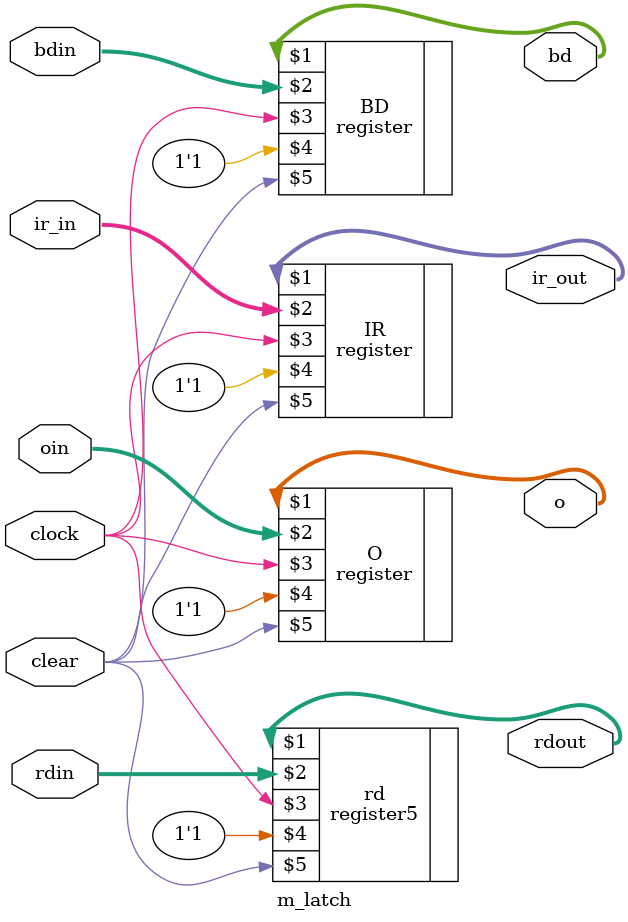
<source format=v>
module m_latch(o, bd, ir_out, rdout, oin, bdin, ir_in, rdin, clock, clear);
    input clock, clear;
    input [4:0] rdin;
    input [31:0] ir_in, oin, bdin;
    output [4:0] rdout;
    output [31:0] ir_out, o, bd;

// module register(out, in, clk, input_enable, clr);
    register IR(ir_out, ir_in, clock, 1'b1, clear);
    register O(o, oin, clock, 1'b1, clear);
    register BD(bd, bdin, clock, 1'b1, clear);
    register5 rd(rdout,rdin, clock, 1'b1, clear);

endmodule
</source>
